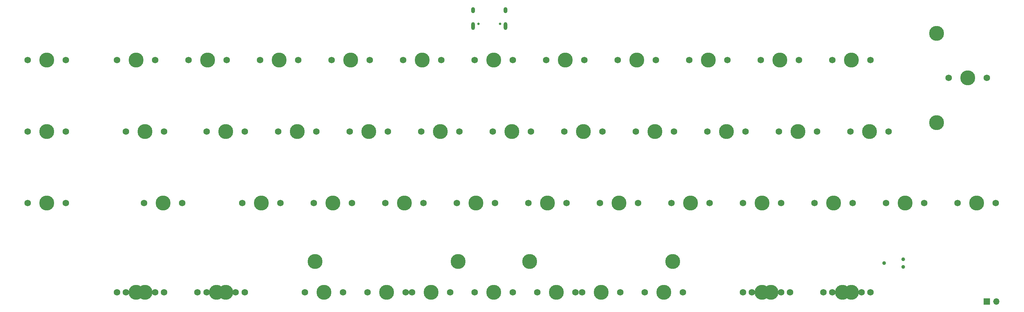
<source format=gbr>
%TF.GenerationSoftware,KiCad,Pcbnew,8.0.9*%
%TF.CreationDate,2025-11-23T23:32:43+01:00*%
%TF.ProjectId,eurovISOn REV,6575726f-7649-4534-9f6e-205245562e6b,rev?*%
%TF.SameCoordinates,Original*%
%TF.FileFunction,Soldermask,Top*%
%TF.FilePolarity,Negative*%
%FSLAX46Y46*%
G04 Gerber Fmt 4.6, Leading zero omitted, Abs format (unit mm)*
G04 Created by KiCad (PCBNEW 8.0.9) date 2025-11-23 23:32:43*
%MOMM*%
%LPD*%
G01*
G04 APERTURE LIST*
%ADD10C,1.750000*%
%ADD11C,3.987800*%
%ADD12C,0.990600*%
%ADD13C,0.650000*%
%ADD14O,1.000000X1.600000*%
%ADD15O,1.000000X2.100000*%
%ADD16R,1.700000X1.700000*%
%ADD17O,1.700000X1.700000*%
G04 APERTURE END LIST*
D10*
%TO.C,MX49*%
X107632500Y-93662500D03*
D11*
X112712500Y-93662500D03*
D10*
X117792500Y-93662500D03*
%TD*%
%TO.C,MX3*%
X60007500Y-31750000D03*
D11*
X65087500Y-31750000D03*
D10*
X70167500Y-31750000D03*
%TD*%
%TO.C,MX18*%
X102870000Y-50800000D03*
D11*
X107950000Y-50800000D03*
D10*
X113030000Y-50800000D03*
%TD*%
%TO.C,MX43*%
X152876250Y-93662500D03*
D11*
X157956250Y-93662500D03*
D10*
X163036250Y-93662500D03*
%TD*%
%TO.C,MX12*%
X231457500Y-31750000D03*
D11*
X236537500Y-31750000D03*
D10*
X241617500Y-31750000D03*
%TD*%
%TO.C,MX33*%
X169545000Y-69850000D03*
D11*
X174625000Y-69850000D03*
D10*
X179705000Y-69850000D03*
%TD*%
%TO.C,MX4*%
X79057500Y-31750000D03*
D11*
X84137500Y-31750000D03*
D10*
X89217500Y-31750000D03*
%TD*%
%TO.C,MX51*%
X207645000Y-93662500D03*
D11*
X212725000Y-93662500D03*
D10*
X217805000Y-93662500D03*
%TD*%
%TO.C,MX24*%
X217170000Y-50800000D03*
D11*
X222250000Y-50800000D03*
D10*
X227330000Y-50800000D03*
%TD*%
%TO.C,MX13*%
X262413750Y-36512500D03*
D11*
X267493750Y-36512500D03*
D10*
X272573750Y-36512500D03*
%TD*%
D11*
%TO.C,S1*%
X259238750Y-24606250D03*
X259238750Y-48418750D03*
%TD*%
D10*
%TO.C,MX48*%
X62388750Y-93662500D03*
D11*
X67468750Y-93662500D03*
D10*
X72548750Y-93662500D03*
%TD*%
%TO.C,MX27*%
X48101250Y-69850000D03*
D11*
X53181250Y-69850000D03*
D10*
X58261250Y-69850000D03*
%TD*%
%TO.C,MX38*%
X264795000Y-69850000D03*
D11*
X269875000Y-69850000D03*
D10*
X274955000Y-69850000D03*
%TD*%
%TO.C,MX34*%
X188595000Y-69850000D03*
D11*
X193675000Y-69850000D03*
D10*
X198755000Y-69850000D03*
%TD*%
%TO.C,MX14*%
X17145000Y-50800000D03*
D11*
X22225000Y-50800000D03*
D10*
X27305000Y-50800000D03*
%TD*%
%TO.C,MX2*%
X40957500Y-31750000D03*
D11*
X46037500Y-31750000D03*
D10*
X51117500Y-31750000D03*
%TD*%
%TO.C,MX52*%
X229076250Y-93662500D03*
D11*
X234156250Y-93662500D03*
D10*
X239236250Y-93662500D03*
%TD*%
D11*
%TO.C,S3*%
X188912500Y-85407500D03*
X150812500Y-85407500D03*
%TD*%
D10*
%TO.C,MX53*%
X164782500Y-93662500D03*
D11*
X169862500Y-93662500D03*
D10*
X174942500Y-93662500D03*
%TD*%
%TO.C,MX23*%
X198120000Y-50800000D03*
D11*
X203200000Y-50800000D03*
D10*
X208280000Y-50800000D03*
%TD*%
%TO.C,MX47*%
X40957500Y-93662500D03*
D11*
X46037500Y-93662500D03*
D10*
X51117500Y-93662500D03*
%TD*%
%TO.C,MX31*%
X131445000Y-69850000D03*
D11*
X136525000Y-69850000D03*
D10*
X141605000Y-69850000D03*
%TD*%
%TO.C,MX11*%
X212407500Y-31750000D03*
D11*
X217487500Y-31750000D03*
D10*
X222567500Y-31750000D03*
%TD*%
%TO.C,MX40*%
X64770000Y-93662500D03*
D11*
X69850000Y-93662500D03*
D10*
X74930000Y-93662500D03*
%TD*%
%TO.C,MX42*%
X119538750Y-93662500D03*
D11*
X124618750Y-93662500D03*
D10*
X129698750Y-93662500D03*
%TD*%
%TO.C,MX50*%
X136207500Y-93662500D03*
D11*
X141287500Y-93662500D03*
D10*
X146367500Y-93662500D03*
%TD*%
%TO.C,MX5*%
X98107500Y-31750000D03*
D11*
X103187500Y-31750000D03*
D10*
X108267500Y-31750000D03*
%TD*%
%TO.C,MX17*%
X83820000Y-50800000D03*
D11*
X88900000Y-50800000D03*
D10*
X93980000Y-50800000D03*
%TD*%
%TO.C,MX9*%
X174307500Y-31750000D03*
D11*
X179387500Y-31750000D03*
D10*
X184467500Y-31750000D03*
%TD*%
%TO.C,MX16*%
X64770000Y-50800000D03*
D11*
X69850000Y-50800000D03*
D10*
X74930000Y-50800000D03*
%TD*%
%TO.C,MX37*%
X245745000Y-69850000D03*
D11*
X250825000Y-69850000D03*
D10*
X255905000Y-69850000D03*
%TD*%
%TO.C,MX25*%
X236220000Y-50800000D03*
D11*
X241300000Y-50800000D03*
D10*
X246380000Y-50800000D03*
%TD*%
D11*
%TO.C,S2*%
X131762500Y-85407500D03*
X93662500Y-85407500D03*
%TD*%
D10*
%TO.C,MX28*%
X74295000Y-69850000D03*
D11*
X79375000Y-69850000D03*
D10*
X84455000Y-69850000D03*
%TD*%
%TO.C,MX39*%
X43338750Y-93662500D03*
D11*
X48418750Y-93662500D03*
D10*
X53498750Y-93662500D03*
%TD*%
%TO.C,MX26*%
X17145000Y-69850000D03*
D11*
X22225000Y-69850000D03*
D10*
X27305000Y-69850000D03*
%TD*%
D11*
%TO.C,S4*%
X188912500Y-85407500D03*
X93662500Y-85407500D03*
%TD*%
D10*
%TO.C,MX22*%
X179070000Y-50800000D03*
D11*
X184150000Y-50800000D03*
D10*
X189230000Y-50800000D03*
%TD*%
%TO.C,MX36*%
X226695000Y-69850000D03*
D11*
X231775000Y-69850000D03*
D10*
X236855000Y-69850000D03*
%TD*%
%TO.C,MX8*%
X155257500Y-31750000D03*
D11*
X160337500Y-31750000D03*
D10*
X165417500Y-31750000D03*
%TD*%
%TO.C,MX10*%
X193357500Y-31750000D03*
D11*
X198437500Y-31750000D03*
D10*
X203517500Y-31750000D03*
%TD*%
%TO.C,MX44*%
X181451250Y-93662500D03*
D11*
X186531250Y-93662500D03*
D10*
X191611250Y-93662500D03*
%TD*%
%TO.C,MX32*%
X150495000Y-69850000D03*
D11*
X155575000Y-69850000D03*
D10*
X160655000Y-69850000D03*
%TD*%
%TO.C,MX45*%
X210026250Y-93662500D03*
D11*
X215106250Y-93662500D03*
D10*
X220186250Y-93662500D03*
%TD*%
%TO.C,MX41*%
X90963750Y-93662500D03*
D11*
X96043750Y-93662500D03*
D10*
X101123750Y-93662500D03*
%TD*%
%TO.C,MX46*%
X231457500Y-93662500D03*
D11*
X236537500Y-93662500D03*
D10*
X241617500Y-93662500D03*
%TD*%
%TO.C,MX35*%
X207645000Y-69850000D03*
D11*
X212725000Y-69850000D03*
D10*
X217805000Y-69850000D03*
%TD*%
%TO.C,MX21*%
X160020000Y-50800000D03*
D11*
X165100000Y-50800000D03*
D10*
X170180000Y-50800000D03*
%TD*%
%TO.C,MX20*%
X140970000Y-50800000D03*
D11*
X146050000Y-50800000D03*
D10*
X151130000Y-50800000D03*
%TD*%
%TO.C,MX15*%
X43338750Y-50800000D03*
D11*
X48418750Y-50800000D03*
D10*
X53498750Y-50800000D03*
%TD*%
%TO.C,MX29*%
X93345000Y-69850000D03*
D11*
X98425000Y-69850000D03*
D10*
X103505000Y-69850000D03*
%TD*%
%TO.C,MX30*%
X112395000Y-69850000D03*
D11*
X117475000Y-69850000D03*
D10*
X122555000Y-69850000D03*
%TD*%
%TO.C,MX1*%
X17145000Y-31750000D03*
D11*
X22225000Y-31750000D03*
D10*
X27305000Y-31750000D03*
%TD*%
%TO.C,MX19*%
X121920000Y-50800000D03*
D11*
X127000000Y-50800000D03*
D10*
X132080000Y-50800000D03*
%TD*%
%TO.C,MX6*%
X117157500Y-31750000D03*
D11*
X122237500Y-31750000D03*
D10*
X127317500Y-31750000D03*
%TD*%
%TO.C,MX7*%
X136207500Y-31750000D03*
D11*
X141287500Y-31750000D03*
D10*
X146367500Y-31750000D03*
%TD*%
D12*
%TO.C,J5*%
X245271250Y-85883750D03*
X250351250Y-84867750D03*
X250351250Y-86899750D03*
%TD*%
D13*
%TO.C,J1*%
X137196650Y-22142500D03*
X142976650Y-22142500D03*
D14*
X135766650Y-18492500D03*
D15*
X135766650Y-22672500D03*
D14*
X144406650Y-18492500D03*
D15*
X144406650Y-22672500D03*
%TD*%
D16*
%TO.C,SW2*%
X272593750Y-96068750D03*
D17*
X275133750Y-96068750D03*
%TD*%
M02*

</source>
